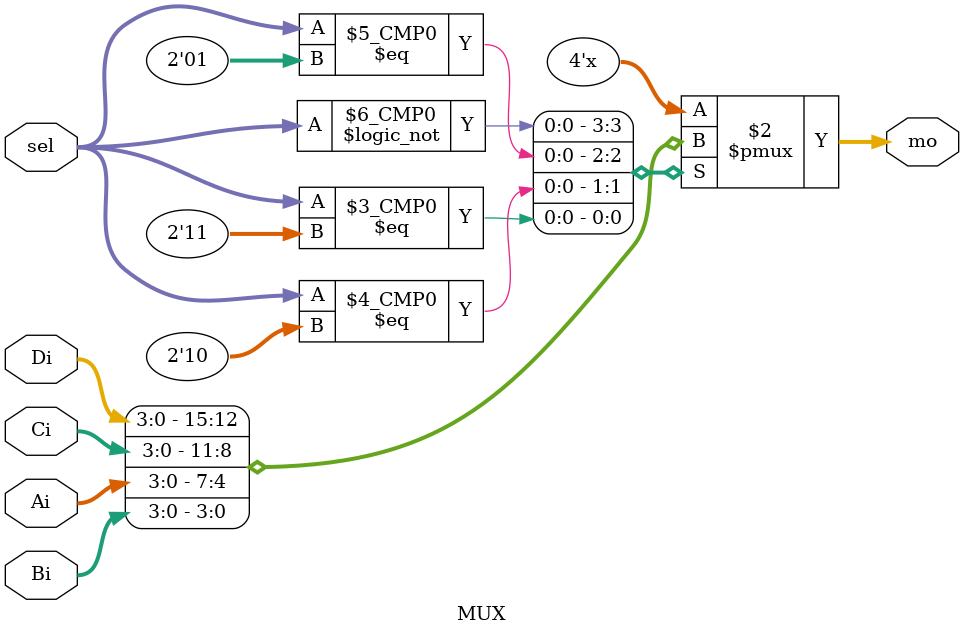
<source format=sv>
module MUX
#(parameter w=4)
( input [w-1:0] Ai, Bi, Ci, Di,
  input [1:0] sel,
output reg [w-1:0] mo);

always @ * begin
	case (sel) 
		
		0: mo <= Di;
		1: mo <= Ci;
		2: mo <= Ai;
		3: mo <= Bi;
	
	endcase	
end

endmodule 
</source>
